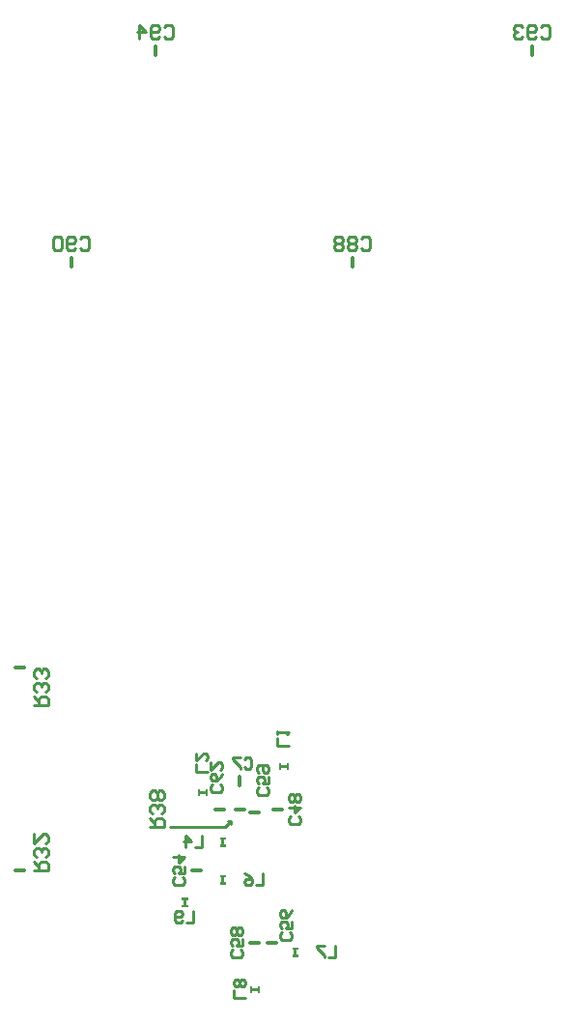
<source format=gbo>
%FSTAX44Y44*%
%MOMM*%
G71*
G01*
G75*
G04 Layer_Color=65535*
G04:AMPARAMS|DCode=10|XSize=0.8mm|YSize=1mm|CornerRadius=0.2mm|HoleSize=0mm|Usage=FLASHONLY|Rotation=270.000|XOffset=0mm|YOffset=0mm|HoleType=Round|Shape=RoundedRectangle|*
%AMROUNDEDRECTD10*
21,1,0.8000,0.6000,0,0,270.0*
21,1,0.4000,1.0000,0,0,270.0*
1,1,0.4000,-0.3000,-0.2000*
1,1,0.4000,-0.3000,0.2000*
1,1,0.4000,0.3000,0.2000*
1,1,0.4000,0.3000,-0.2000*
%
%ADD10ROUNDEDRECTD10*%
G04:AMPARAMS|DCode=11|XSize=0.8mm|YSize=1mm|CornerRadius=0.2mm|HoleSize=0mm|Usage=FLASHONLY|Rotation=0.000|XOffset=0mm|YOffset=0mm|HoleType=Round|Shape=RoundedRectangle|*
%AMROUNDEDRECTD11*
21,1,0.8000,0.6000,0,0,0.0*
21,1,0.4000,1.0000,0,0,0.0*
1,1,0.4000,0.2000,-0.3000*
1,1,0.4000,-0.2000,-0.3000*
1,1,0.4000,-0.2000,0.3000*
1,1,0.4000,0.2000,0.3000*
%
%ADD11ROUNDEDRECTD11*%
G04:AMPARAMS|DCode=12|XSize=0.9mm|YSize=0.8mm|CornerRadius=0.2mm|HoleSize=0mm|Usage=FLASHONLY|Rotation=90.000|XOffset=0mm|YOffset=0mm|HoleType=Round|Shape=RoundedRectangle|*
%AMROUNDEDRECTD12*
21,1,0.9000,0.4000,0,0,90.0*
21,1,0.5000,0.8000,0,0,90.0*
1,1,0.4000,0.2000,0.2500*
1,1,0.4000,0.2000,-0.2500*
1,1,0.4000,-0.2000,-0.2500*
1,1,0.4000,-0.2000,0.2500*
%
%ADD12ROUNDEDRECTD12*%
G04:AMPARAMS|DCode=13|XSize=0.45mm|YSize=0.8mm|CornerRadius=0.1125mm|HoleSize=0mm|Usage=FLASHONLY|Rotation=180.000|XOffset=0mm|YOffset=0mm|HoleType=Round|Shape=RoundedRectangle|*
%AMROUNDEDRECTD13*
21,1,0.4500,0.5750,0,0,180.0*
21,1,0.2250,0.8000,0,0,180.0*
1,1,0.2250,-0.1125,0.2875*
1,1,0.2250,0.1125,0.2875*
1,1,0.2250,0.1125,-0.2875*
1,1,0.2250,-0.1125,-0.2875*
%
%ADD13ROUNDEDRECTD13*%
G04:AMPARAMS|DCode=14|XSize=1mm|YSize=0.8mm|CornerRadius=0.2mm|HoleSize=0mm|Usage=FLASHONLY|Rotation=180.000|XOffset=0mm|YOffset=0mm|HoleType=Round|Shape=RoundedRectangle|*
%AMROUNDEDRECTD14*
21,1,1.0000,0.4000,0,0,180.0*
21,1,0.6000,0.8000,0,0,180.0*
1,1,0.4000,-0.3000,0.2000*
1,1,0.4000,0.3000,0.2000*
1,1,0.4000,0.3000,-0.2000*
1,1,0.4000,-0.3000,-0.2000*
%
%ADD14ROUNDEDRECTD14*%
G04:AMPARAMS|DCode=15|XSize=1.9mm|YSize=0.4mm|CornerRadius=0.1mm|HoleSize=0mm|Usage=FLASHONLY|Rotation=180.000|XOffset=0mm|YOffset=0mm|HoleType=Round|Shape=RoundedRectangle|*
%AMROUNDEDRECTD15*
21,1,1.9000,0.2000,0,0,180.0*
21,1,1.7000,0.4000,0,0,180.0*
1,1,0.2000,-0.8500,0.1000*
1,1,0.2000,0.8500,0.1000*
1,1,0.2000,0.8500,-0.1000*
1,1,0.2000,-0.8500,-0.1000*
%
%ADD15ROUNDEDRECTD15*%
G04:AMPARAMS|DCode=16|XSize=0.8mm|YSize=0.85mm|CornerRadius=0.2mm|HoleSize=0mm|Usage=FLASHONLY|Rotation=90.000|XOffset=0mm|YOffset=0mm|HoleType=Round|Shape=RoundedRectangle|*
%AMROUNDEDRECTD16*
21,1,0.8000,0.4500,0,0,90.0*
21,1,0.4000,0.8500,0,0,90.0*
1,1,0.4000,0.2250,0.2000*
1,1,0.4000,0.2250,-0.2000*
1,1,0.4000,-0.2250,-0.2000*
1,1,0.4000,-0.2250,0.2000*
%
%ADD16ROUNDEDRECTD16*%
G04:AMPARAMS|DCode=17|XSize=1.6mm|YSize=1.3mm|CornerRadius=0.325mm|HoleSize=0mm|Usage=FLASHONLY|Rotation=0.000|XOffset=0mm|YOffset=0mm|HoleType=Round|Shape=RoundedRectangle|*
%AMROUNDEDRECTD17*
21,1,1.6000,0.6500,0,0,0.0*
21,1,0.9500,1.3000,0,0,0.0*
1,1,0.6500,0.4750,-0.3250*
1,1,0.6500,-0.4750,-0.3250*
1,1,0.6500,-0.4750,0.3250*
1,1,0.6500,0.4750,0.3250*
%
%ADD17ROUNDEDRECTD17*%
G04:AMPARAMS|DCode=18|XSize=2mm|YSize=1.6mm|CornerRadius=0.4mm|HoleSize=0mm|Usage=FLASHONLY|Rotation=90.000|XOffset=0mm|YOffset=0mm|HoleType=Round|Shape=RoundedRectangle|*
%AMROUNDEDRECTD18*
21,1,2.0000,0.8000,0,0,90.0*
21,1,1.2000,1.6000,0,0,90.0*
1,1,0.8000,0.4000,0.6000*
1,1,0.8000,0.4000,-0.6000*
1,1,0.8000,-0.4000,-0.6000*
1,1,0.8000,-0.4000,0.6000*
%
%ADD18ROUNDEDRECTD18*%
G04:AMPARAMS|DCode=19|XSize=2mm|YSize=2.6mm|CornerRadius=0.5mm|HoleSize=0mm|Usage=FLASHONLY|Rotation=90.000|XOffset=0mm|YOffset=0mm|HoleType=Round|Shape=RoundedRectangle|*
%AMROUNDEDRECTD19*
21,1,2.0000,1.6000,0,0,90.0*
21,1,1.0000,2.6000,0,0,90.0*
1,1,1.0000,0.8000,0.5000*
1,1,1.0000,0.8000,-0.5000*
1,1,1.0000,-0.8000,-0.5000*
1,1,1.0000,-0.8000,0.5000*
%
%ADD19ROUNDEDRECTD19*%
G04:AMPARAMS|DCode=20|XSize=1.25mm|YSize=1mm|CornerRadius=0.25mm|HoleSize=0mm|Usage=FLASHONLY|Rotation=180.000|XOffset=0mm|YOffset=0mm|HoleType=Round|Shape=RoundedRectangle|*
%AMROUNDEDRECTD20*
21,1,1.2500,0.5000,0,0,180.0*
21,1,0.7500,1.0000,0,0,180.0*
1,1,0.5000,-0.3750,0.2500*
1,1,0.5000,0.3750,0.2500*
1,1,0.5000,0.3750,-0.2500*
1,1,0.5000,-0.3750,-0.2500*
%
%ADD20ROUNDEDRECTD20*%
G04:AMPARAMS|DCode=21|XSize=1.8mm|YSize=2.8mm|CornerRadius=0.18mm|HoleSize=0mm|Usage=FLASHONLY|Rotation=90.000|XOffset=0mm|YOffset=0mm|HoleType=Round|Shape=RoundedRectangle|*
%AMROUNDEDRECTD21*
21,1,1.8000,2.4400,0,0,90.0*
21,1,1.4400,2.8000,0,0,90.0*
1,1,0.3600,1.2200,0.7200*
1,1,0.3600,1.2200,-0.7200*
1,1,0.3600,-1.2200,-0.7200*
1,1,0.3600,-1.2200,0.7200*
%
%ADD21ROUNDEDRECTD21*%
G04:AMPARAMS|DCode=22|XSize=0.7mm|YSize=1mm|CornerRadius=0.175mm|HoleSize=0mm|Usage=FLASHONLY|Rotation=270.000|XOffset=0mm|YOffset=0mm|HoleType=Round|Shape=RoundedRectangle|*
%AMROUNDEDRECTD22*
21,1,0.7000,0.6500,0,0,270.0*
21,1,0.3500,1.0000,0,0,270.0*
1,1,0.3500,-0.3250,-0.1750*
1,1,0.3500,-0.3250,0.1750*
1,1,0.3500,0.3250,0.1750*
1,1,0.3500,0.3250,-0.1750*
%
%ADD22ROUNDEDRECTD22*%
G04:AMPARAMS|DCode=23|XSize=2mm|YSize=1.6mm|CornerRadius=0.4mm|HoleSize=0mm|Usage=FLASHONLY|Rotation=0.000|XOffset=0mm|YOffset=0mm|HoleType=Round|Shape=RoundedRectangle|*
%AMROUNDEDRECTD23*
21,1,2.0000,0.8000,0,0,0.0*
21,1,1.2000,1.6000,0,0,0.0*
1,1,0.8000,0.6000,-0.4000*
1,1,0.8000,-0.6000,-0.4000*
1,1,0.8000,-0.6000,0.4000*
1,1,0.8000,0.6000,0.4000*
%
%ADD23ROUNDEDRECTD23*%
G04:AMPARAMS|DCode=24|XSize=2mm|YSize=2.6mm|CornerRadius=0.5mm|HoleSize=0mm|Usage=FLASHONLY|Rotation=0.000|XOffset=0mm|YOffset=0mm|HoleType=Round|Shape=RoundedRectangle|*
%AMROUNDEDRECTD24*
21,1,2.0000,1.6000,0,0,0.0*
21,1,1.0000,2.6000,0,0,0.0*
1,1,1.0000,0.5000,-0.8000*
1,1,1.0000,-0.5000,-0.8000*
1,1,1.0000,-0.5000,0.8000*
1,1,1.0000,0.5000,0.8000*
%
%ADD24ROUNDEDRECTD24*%
G04:AMPARAMS|DCode=25|XSize=2.4mm|YSize=3mm|CornerRadius=0.24mm|HoleSize=0mm|Usage=FLASHONLY|Rotation=270.000|XOffset=0mm|YOffset=0mm|HoleType=Round|Shape=RoundedRectangle|*
%AMROUNDEDRECTD25*
21,1,2.4000,2.5200,0,0,270.0*
21,1,1.9200,3.0000,0,0,270.0*
1,1,0.4800,-1.2600,-0.9600*
1,1,0.4800,-1.2600,0.9600*
1,1,0.4800,1.2600,0.9600*
1,1,0.4800,1.2600,-0.9600*
%
%ADD25ROUNDEDRECTD25*%
G04:AMPARAMS|DCode=26|XSize=2.65mm|YSize=1.75mm|CornerRadius=0.4375mm|HoleSize=0mm|Usage=FLASHONLY|Rotation=180.000|XOffset=0mm|YOffset=0mm|HoleType=Round|Shape=RoundedRectangle|*
%AMROUNDEDRECTD26*
21,1,2.6500,0.8750,0,0,180.0*
21,1,1.7750,1.7500,0,0,180.0*
1,1,0.8750,-0.8875,0.4375*
1,1,0.8750,0.8875,0.4375*
1,1,0.8750,0.8875,-0.4375*
1,1,0.8750,-0.8875,-0.4375*
%
%ADD26ROUNDEDRECTD26*%
G04:AMPARAMS|DCode=27|XSize=1.8mm|YSize=2.8mm|CornerRadius=0.18mm|HoleSize=0mm|Usage=FLASHONLY|Rotation=180.000|XOffset=0mm|YOffset=0mm|HoleType=Round|Shape=RoundedRectangle|*
%AMROUNDEDRECTD27*
21,1,1.8000,2.4400,0,0,180.0*
21,1,1.4400,2.8000,0,0,180.0*
1,1,0.3600,-0.7200,1.2200*
1,1,0.3600,0.7200,1.2200*
1,1,0.3600,0.7200,-1.2200*
1,1,0.3600,-0.7200,-1.2200*
%
%ADD27ROUNDEDRECTD27*%
G04:AMPARAMS|DCode=28|XSize=1.25mm|YSize=1mm|CornerRadius=0.25mm|HoleSize=0mm|Usage=FLASHONLY|Rotation=90.000|XOffset=0mm|YOffset=0mm|HoleType=Round|Shape=RoundedRectangle|*
%AMROUNDEDRECTD28*
21,1,1.2500,0.5000,0,0,90.0*
21,1,0.7500,1.0000,0,0,90.0*
1,1,0.5000,0.2500,0.3750*
1,1,0.5000,0.2500,-0.3750*
1,1,0.5000,-0.2500,-0.3750*
1,1,0.5000,-0.2500,0.3750*
%
%ADD28ROUNDEDRECTD28*%
%ADD29O,0.4000X1.9000*%
G04:AMPARAMS|DCode=30|XSize=0.9mm|YSize=0.8mm|CornerRadius=0.2mm|HoleSize=0mm|Usage=FLASHONLY|Rotation=180.000|XOffset=0mm|YOffset=0mm|HoleType=Round|Shape=RoundedRectangle|*
%AMROUNDEDRECTD30*
21,1,0.9000,0.4000,0,0,180.0*
21,1,0.5000,0.8000,0,0,180.0*
1,1,0.4000,-0.2500,0.2000*
1,1,0.4000,0.2500,0.2000*
1,1,0.4000,0.2500,-0.2000*
1,1,0.4000,-0.2500,-0.2000*
%
%ADD30ROUNDEDRECTD30*%
G04:AMPARAMS|DCode=31|XSize=0.7mm|YSize=1mm|CornerRadius=0.175mm|HoleSize=0mm|Usage=FLASHONLY|Rotation=0.000|XOffset=0mm|YOffset=0mm|HoleType=Round|Shape=RoundedRectangle|*
%AMROUNDEDRECTD31*
21,1,0.7000,0.6500,0,0,0.0*
21,1,0.3500,1.0000,0,0,0.0*
1,1,0.3500,0.1750,-0.3250*
1,1,0.3500,-0.1750,-0.3250*
1,1,0.3500,-0.1750,0.3250*
1,1,0.3500,0.1750,0.3250*
%
%ADD31ROUNDEDRECTD31*%
G04:AMPARAMS|DCode=32|XSize=0.8mm|YSize=0.85mm|CornerRadius=0.2mm|HoleSize=0mm|Usage=FLASHONLY|Rotation=180.000|XOffset=0mm|YOffset=0mm|HoleType=Round|Shape=RoundedRectangle|*
%AMROUNDEDRECTD32*
21,1,0.8000,0.4500,0,0,180.0*
21,1,0.4000,0.8500,0,0,180.0*
1,1,0.4000,-0.2000,0.2250*
1,1,0.4000,0.2000,0.2250*
1,1,0.4000,0.2000,-0.2250*
1,1,0.4000,-0.2000,-0.2250*
%
%ADD32ROUNDEDRECTD32*%
G04:AMPARAMS|DCode=33|XSize=0.6mm|YSize=2.2mm|CornerRadius=0.15mm|HoleSize=0mm|Usage=FLASHONLY|Rotation=0.000|XOffset=0mm|YOffset=0mm|HoleType=Round|Shape=RoundedRectangle|*
%AMROUNDEDRECTD33*
21,1,0.6000,1.9000,0,0,0.0*
21,1,0.3000,2.2000,0,0,0.0*
1,1,0.3000,0.1500,-0.9500*
1,1,0.3000,-0.1500,-0.9500*
1,1,0.3000,-0.1500,0.9500*
1,1,0.3000,0.1500,0.9500*
%
%ADD33ROUNDEDRECTD33*%
G04:AMPARAMS|DCode=34|XSize=2.2mm|YSize=2.8mm|CornerRadius=0.33mm|HoleSize=0mm|Usage=FLASHONLY|Rotation=90.000|XOffset=0mm|YOffset=0mm|HoleType=Round|Shape=RoundedRectangle|*
%AMROUNDEDRECTD34*
21,1,2.2000,2.1400,0,0,90.0*
21,1,1.5400,2.8000,0,0,90.0*
1,1,0.6600,1.0700,0.7700*
1,1,0.6600,1.0700,-0.7700*
1,1,0.6600,-1.0700,-0.7700*
1,1,0.6600,-1.0700,0.7700*
%
%ADD34ROUNDEDRECTD34*%
G04:AMPARAMS|DCode=35|XSize=1mm|YSize=0.8mm|CornerRadius=0.2mm|HoleSize=0mm|Usage=FLASHONLY|Rotation=90.000|XOffset=0mm|YOffset=0mm|HoleType=Round|Shape=RoundedRectangle|*
%AMROUNDEDRECTD35*
21,1,1.0000,0.4000,0,0,90.0*
21,1,0.6000,0.8000,0,0,90.0*
1,1,0.4000,0.2000,0.3000*
1,1,0.4000,0.2000,-0.3000*
1,1,0.4000,-0.2000,-0.3000*
1,1,0.4000,-0.2000,0.3000*
%
%ADD35ROUNDEDRECTD35*%
G04:AMPARAMS|DCode=36|XSize=0.5mm|YSize=0.65mm|CornerRadius=0.125mm|HoleSize=0mm|Usage=FLASHONLY|Rotation=180.000|XOffset=0mm|YOffset=0mm|HoleType=Round|Shape=RoundedRectangle|*
%AMROUNDEDRECTD36*
21,1,0.5000,0.4000,0,0,180.0*
21,1,0.2500,0.6500,0,0,180.0*
1,1,0.2500,-0.1250,0.2000*
1,1,0.2500,0.1250,0.2000*
1,1,0.2500,0.1250,-0.2000*
1,1,0.2500,-0.1250,-0.2000*
%
%ADD36ROUNDEDRECTD36*%
G04:AMPARAMS|DCode=37|XSize=0.3mm|YSize=1.9mm|CornerRadius=0.075mm|HoleSize=0mm|Usage=FLASHONLY|Rotation=270.000|XOffset=0mm|YOffset=0mm|HoleType=Round|Shape=RoundedRectangle|*
%AMROUNDEDRECTD37*
21,1,0.3000,1.7500,0,0,270.0*
21,1,0.1500,1.9000,0,0,270.0*
1,1,0.1500,-0.8750,-0.0750*
1,1,0.1500,-0.8750,0.0750*
1,1,0.1500,0.8750,0.0750*
1,1,0.1500,0.8750,-0.0750*
%
%ADD37ROUNDEDRECTD37*%
G04:AMPARAMS|DCode=38|XSize=0.3mm|YSize=1.9mm|CornerRadius=0.075mm|HoleSize=0mm|Usage=FLASHONLY|Rotation=180.000|XOffset=0mm|YOffset=0mm|HoleType=Round|Shape=RoundedRectangle|*
%AMROUNDEDRECTD38*
21,1,0.3000,1.7500,0,0,180.0*
21,1,0.1500,1.9000,0,0,180.0*
1,1,0.1500,-0.0750,0.8750*
1,1,0.1500,0.0750,0.8750*
1,1,0.1500,0.0750,-0.8750*
1,1,0.1500,-0.0750,-0.8750*
%
%ADD38ROUNDEDRECTD38*%
G04:AMPARAMS|DCode=39|XSize=6mm|YSize=6mm|CornerRadius=0.3mm|HoleSize=0mm|Usage=FLASHONLY|Rotation=270.000|XOffset=0mm|YOffset=0mm|HoleType=Round|Shape=RoundedRectangle|*
%AMROUNDEDRECTD39*
21,1,6.0000,5.4000,0,0,270.0*
21,1,5.4000,6.0000,0,0,270.0*
1,1,0.6000,-2.7000,-2.7000*
1,1,0.6000,-2.7000,2.7000*
1,1,0.6000,2.7000,2.7000*
1,1,0.6000,2.7000,-2.7000*
%
%ADD39ROUNDEDRECTD39*%
%ADD40C,0.3000*%
%ADD41C,0.2540*%
%ADD42C,1.0000*%
%ADD43C,0.4000*%
%ADD44C,0.7000*%
%ADD45C,0.5000*%
%ADD46C,0.2500*%
%ADD47C,0.2000*%
%ADD48C,2.0000*%
%ADD49C,1.6000*%
%ADD50C,2.5000*%
%ADD51C,2.0000*%
%ADD52C,1.3000*%
%ADD53C,2.2000*%
%ADD54C,0.6000*%
%ADD55C,1.0000*%
%ADD56C,0.7000*%
%ADD57C,1.0160*%
%ADD58C,2.0160*%
G04:AMPARAMS|DCode=59|XSize=2.524mm|YSize=2.524mm|CornerRadius=0mm|HoleSize=0mm|Usage=FLASHONLY|Rotation=0.000|XOffset=0mm|YOffset=0mm|HoleType=Round|Shape=Relief|Width=0.254mm|Gap=0.254mm|Entries=4|*
%AMTHD59*
7,0,0,2.5240,2.0160,0.2540,45*
%
%ADD59THD59*%
%ADD60C,2.6160*%
%ADD61C,2.2160*%
%ADD62C,2.6160*%
G04:AMPARAMS|DCode=63|XSize=3.124mm|YSize=3.124mm|CornerRadius=0mm|HoleSize=0mm|Usage=FLASHONLY|Rotation=0.000|XOffset=0mm|YOffset=0mm|HoleType=Round|Shape=Relief|Width=0.254mm|Gap=0.254mm|Entries=4|*
%AMTHD63*
7,0,0,3.1240,2.6160,0.2540,45*
%
%ADD63THD63*%
%ADD64C,2.3160*%
G04:AMPARAMS|DCode=65|XSize=2.824mm|YSize=2.824mm|CornerRadius=0mm|HoleSize=0mm|Usage=FLASHONLY|Rotation=0.000|XOffset=0mm|YOffset=0mm|HoleType=Round|Shape=Relief|Width=0.254mm|Gap=0.254mm|Entries=4|*
%AMTHD65*
7,0,0,2.8240,2.3160,0.2540,45*
%
%ADD65THD65*%
%ADD66C,1.8160*%
G04:AMPARAMS|DCode=67|XSize=2.324mm|YSize=2.324mm|CornerRadius=0mm|HoleSize=0mm|Usage=FLASHONLY|Rotation=0.000|XOffset=0mm|YOffset=0mm|HoleType=Round|Shape=Relief|Width=0.254mm|Gap=0.254mm|Entries=4|*
%AMTHD67*
7,0,0,2.3240,1.8160,0.2540,45*
%
%ADD67THD67*%
%ADD68C,6.0960*%
G04:AMPARAMS|DCode=69|XSize=1.824mm|YSize=1.824mm|CornerRadius=0mm|HoleSize=0mm|Usage=FLASHONLY|Rotation=0.000|XOffset=0mm|YOffset=0mm|HoleType=Round|Shape=Relief|Width=0.254mm|Gap=0.254mm|Entries=4|*
%AMTHD69*
7,0,0,1.8240,1.3160,0.2540,45*
%
%ADD69THD69*%
%ADD70C,1.3160*%
G04:AMPARAMS|DCode=71|XSize=2.124mm|YSize=2.124mm|CornerRadius=0mm|HoleSize=0mm|Usage=FLASHONLY|Rotation=0.000|XOffset=0mm|YOffset=0mm|HoleType=Round|Shape=Relief|Width=0.254mm|Gap=0.254mm|Entries=4|*
%AMTHD71*
7,0,0,2.1240,1.6160,0.2540,45*
%
%ADD71THD71*%
%ADD72C,1.6160*%
%ADD73C,0.0254*%
%ADD74C,0.3500*%
G04:AMPARAMS|DCode=75|XSize=1mm|YSize=1.2mm|CornerRadius=0.3mm|HoleSize=0mm|Usage=FLASHONLY|Rotation=270.000|XOffset=0mm|YOffset=0mm|HoleType=Round|Shape=RoundedRectangle|*
%AMROUNDEDRECTD75*
21,1,1.0000,0.6000,0,0,270.0*
21,1,0.4000,1.2000,0,0,270.0*
1,1,0.6000,-0.3000,-0.2000*
1,1,0.6000,-0.3000,0.2000*
1,1,0.6000,0.3000,0.2000*
1,1,0.6000,0.3000,-0.2000*
%
%ADD75ROUNDEDRECTD75*%
G04:AMPARAMS|DCode=76|XSize=1mm|YSize=1.2mm|CornerRadius=0.3mm|HoleSize=0mm|Usage=FLASHONLY|Rotation=0.000|XOffset=0mm|YOffset=0mm|HoleType=Round|Shape=RoundedRectangle|*
%AMROUNDEDRECTD76*
21,1,1.0000,0.6000,0,0,0.0*
21,1,0.4000,1.2000,0,0,0.0*
1,1,0.6000,0.2000,-0.3000*
1,1,0.6000,-0.2000,-0.3000*
1,1,0.6000,-0.2000,0.3000*
1,1,0.6000,0.2000,0.3000*
%
%ADD76ROUNDEDRECTD76*%
G04:AMPARAMS|DCode=77|XSize=1.1032mm|YSize=1.0032mm|CornerRadius=0.3016mm|HoleSize=0mm|Usage=FLASHONLY|Rotation=90.000|XOffset=0mm|YOffset=0mm|HoleType=Round|Shape=RoundedRectangle|*
%AMROUNDEDRECTD77*
21,1,1.1032,0.4000,0,0,90.0*
21,1,0.5000,1.0032,0,0,90.0*
1,1,0.6032,0.2000,0.2500*
1,1,0.6032,0.2000,-0.2500*
1,1,0.6032,-0.2000,-0.2500*
1,1,0.6032,-0.2000,0.2500*
%
%ADD77ROUNDEDRECTD77*%
G04:AMPARAMS|DCode=78|XSize=0.6532mm|YSize=1.0032mm|CornerRadius=0.2141mm|HoleSize=0mm|Usage=FLASHONLY|Rotation=180.000|XOffset=0mm|YOffset=0mm|HoleType=Round|Shape=RoundedRectangle|*
%AMROUNDEDRECTD78*
21,1,0.6532,0.5750,0,0,180.0*
21,1,0.2250,1.0032,0,0,180.0*
1,1,0.4282,-0.1125,0.2875*
1,1,0.4282,0.1125,0.2875*
1,1,0.4282,0.1125,-0.2875*
1,1,0.4282,-0.1125,-0.2875*
%
%ADD78ROUNDEDRECTD78*%
G04:AMPARAMS|DCode=79|XSize=1.2032mm|YSize=1.0032mm|CornerRadius=0.3016mm|HoleSize=0mm|Usage=FLASHONLY|Rotation=180.000|XOffset=0mm|YOffset=0mm|HoleType=Round|Shape=RoundedRectangle|*
%AMROUNDEDRECTD79*
21,1,1.2032,0.4000,0,0,180.0*
21,1,0.6000,1.0032,0,0,180.0*
1,1,0.6032,-0.3000,0.2000*
1,1,0.6032,0.3000,0.2000*
1,1,0.6032,0.3000,-0.2000*
1,1,0.6032,-0.3000,-0.2000*
%
%ADD79ROUNDEDRECTD79*%
G04:AMPARAMS|DCode=80|XSize=2mm|YSize=0.5mm|CornerRadius=0.15mm|HoleSize=0mm|Usage=FLASHONLY|Rotation=180.000|XOffset=0mm|YOffset=0mm|HoleType=Round|Shape=RoundedRectangle|*
%AMROUNDEDRECTD80*
21,1,2.0000,0.2000,0,0,180.0*
21,1,1.7000,0.5000,0,0,180.0*
1,1,0.3000,-0.8500,0.1000*
1,1,0.3000,0.8500,0.1000*
1,1,0.3000,0.8500,-0.1000*
1,1,0.3000,-0.8500,-0.1000*
%
%ADD80ROUNDEDRECTD80*%
G04:AMPARAMS|DCode=81|XSize=1.0032mm|YSize=1.0532mm|CornerRadius=0.3016mm|HoleSize=0mm|Usage=FLASHONLY|Rotation=90.000|XOffset=0mm|YOffset=0mm|HoleType=Round|Shape=RoundedRectangle|*
%AMROUNDEDRECTD81*
21,1,1.0032,0.4500,0,0,90.0*
21,1,0.4000,1.0532,0,0,90.0*
1,1,0.6032,0.2250,0.2000*
1,1,0.6032,0.2250,-0.2000*
1,1,0.6032,-0.2250,-0.2000*
1,1,0.6032,-0.2250,0.2000*
%
%ADD81ROUNDEDRECTD81*%
G04:AMPARAMS|DCode=82|XSize=1.8032mm|YSize=1.5032mm|CornerRadius=0.4266mm|HoleSize=0mm|Usage=FLASHONLY|Rotation=0.000|XOffset=0mm|YOffset=0mm|HoleType=Round|Shape=RoundedRectangle|*
%AMROUNDEDRECTD82*
21,1,1.8032,0.6500,0,0,0.0*
21,1,0.9500,1.5032,0,0,0.0*
1,1,0.8532,0.4750,-0.3250*
1,1,0.8532,-0.4750,-0.3250*
1,1,0.8532,-0.4750,0.3250*
1,1,0.8532,0.4750,0.3250*
%
%ADD82ROUNDEDRECTD82*%
G04:AMPARAMS|DCode=83|XSize=2.2mm|YSize=1.8mm|CornerRadius=0.5mm|HoleSize=0mm|Usage=FLASHONLY|Rotation=90.000|XOffset=0mm|YOffset=0mm|HoleType=Round|Shape=RoundedRectangle|*
%AMROUNDEDRECTD83*
21,1,2.2000,0.8000,0,0,90.0*
21,1,1.2000,1.8000,0,0,90.0*
1,1,1.0000,0.4000,0.6000*
1,1,1.0000,0.4000,-0.6000*
1,1,1.0000,-0.4000,-0.6000*
1,1,1.0000,-0.4000,0.6000*
%
%ADD83ROUNDEDRECTD83*%
G04:AMPARAMS|DCode=84|XSize=2.2mm|YSize=2.8mm|CornerRadius=0.6mm|HoleSize=0mm|Usage=FLASHONLY|Rotation=90.000|XOffset=0mm|YOffset=0mm|HoleType=Round|Shape=RoundedRectangle|*
%AMROUNDEDRECTD84*
21,1,2.2000,1.6000,0,0,90.0*
21,1,1.0000,2.8000,0,0,90.0*
1,1,1.2000,0.8000,0.5000*
1,1,1.2000,0.8000,-0.5000*
1,1,1.2000,-0.8000,-0.5000*
1,1,1.2000,-0.8000,0.5000*
%
%ADD84ROUNDEDRECTD84*%
G04:AMPARAMS|DCode=85|XSize=1.4532mm|YSize=1.2032mm|CornerRadius=0.3516mm|HoleSize=0mm|Usage=FLASHONLY|Rotation=180.000|XOffset=0mm|YOffset=0mm|HoleType=Round|Shape=RoundedRectangle|*
%AMROUNDEDRECTD85*
21,1,1.4532,0.5000,0,0,180.0*
21,1,0.7500,1.2032,0,0,180.0*
1,1,0.7032,-0.3750,0.2500*
1,1,0.7032,0.3750,0.2500*
1,1,0.7032,0.3750,-0.2500*
1,1,0.7032,-0.3750,-0.2500*
%
%ADD85ROUNDEDRECTD85*%
G04:AMPARAMS|DCode=86|XSize=2.0032mm|YSize=3.0032mm|CornerRadius=0.2816mm|HoleSize=0mm|Usage=FLASHONLY|Rotation=90.000|XOffset=0mm|YOffset=0mm|HoleType=Round|Shape=RoundedRectangle|*
%AMROUNDEDRECTD86*
21,1,2.0032,2.4400,0,0,90.0*
21,1,1.4400,3.0032,0,0,90.0*
1,1,0.5632,1.2200,0.7200*
1,1,0.5632,1.2200,-0.7200*
1,1,0.5632,-1.2200,-0.7200*
1,1,0.5632,-1.2200,0.7200*
%
%ADD86ROUNDEDRECTD86*%
G04:AMPARAMS|DCode=87|XSize=0.9032mm|YSize=1.2032mm|CornerRadius=0.2766mm|HoleSize=0mm|Usage=FLASHONLY|Rotation=270.000|XOffset=0mm|YOffset=0mm|HoleType=Round|Shape=RoundedRectangle|*
%AMROUNDEDRECTD87*
21,1,0.9032,0.6500,0,0,270.0*
21,1,0.3500,1.2032,0,0,270.0*
1,1,0.5532,-0.3250,-0.1750*
1,1,0.5532,-0.3250,0.1750*
1,1,0.5532,0.3250,0.1750*
1,1,0.5532,0.3250,-0.1750*
%
%ADD87ROUNDEDRECTD87*%
G04:AMPARAMS|DCode=88|XSize=2.2mm|YSize=1.8mm|CornerRadius=0.5mm|HoleSize=0mm|Usage=FLASHONLY|Rotation=0.000|XOffset=0mm|YOffset=0mm|HoleType=Round|Shape=RoundedRectangle|*
%AMROUNDEDRECTD88*
21,1,2.2000,0.8000,0,0,0.0*
21,1,1.2000,1.8000,0,0,0.0*
1,1,1.0000,0.6000,-0.4000*
1,1,1.0000,-0.6000,-0.4000*
1,1,1.0000,-0.6000,0.4000*
1,1,1.0000,0.6000,0.4000*
%
%ADD88ROUNDEDRECTD88*%
G04:AMPARAMS|DCode=89|XSize=2.2mm|YSize=2.8mm|CornerRadius=0.6mm|HoleSize=0mm|Usage=FLASHONLY|Rotation=0.000|XOffset=0mm|YOffset=0mm|HoleType=Round|Shape=RoundedRectangle|*
%AMROUNDEDRECTD89*
21,1,2.2000,1.6000,0,0,0.0*
21,1,1.0000,2.8000,0,0,0.0*
1,1,1.2000,0.5000,-0.8000*
1,1,1.2000,-0.5000,-0.8000*
1,1,1.2000,-0.5000,0.8000*
1,1,1.2000,0.5000,0.8000*
%
%ADD89ROUNDEDRECTD89*%
G04:AMPARAMS|DCode=90|XSize=2.6032mm|YSize=3.2032mm|CornerRadius=0.3416mm|HoleSize=0mm|Usage=FLASHONLY|Rotation=270.000|XOffset=0mm|YOffset=0mm|HoleType=Round|Shape=RoundedRectangle|*
%AMROUNDEDRECTD90*
21,1,2.6032,2.5200,0,0,270.0*
21,1,1.9200,3.2032,0,0,270.0*
1,1,0.6832,-1.2600,-0.9600*
1,1,0.6832,-1.2600,0.9600*
1,1,0.6832,1.2600,0.9600*
1,1,0.6832,1.2600,-0.9600*
%
%ADD90ROUNDEDRECTD90*%
G04:AMPARAMS|DCode=91|XSize=2.8532mm|YSize=1.9532mm|CornerRadius=0.5391mm|HoleSize=0mm|Usage=FLASHONLY|Rotation=180.000|XOffset=0mm|YOffset=0mm|HoleType=Round|Shape=RoundedRectangle|*
%AMROUNDEDRECTD91*
21,1,2.8532,0.8750,0,0,180.0*
21,1,1.7750,1.9532,0,0,180.0*
1,1,1.0782,-0.8875,0.4375*
1,1,1.0782,0.8875,0.4375*
1,1,1.0782,0.8875,-0.4375*
1,1,1.0782,-0.8875,-0.4375*
%
%ADD91ROUNDEDRECTD91*%
G04:AMPARAMS|DCode=92|XSize=2.0032mm|YSize=3.0032mm|CornerRadius=0.2816mm|HoleSize=0mm|Usage=FLASHONLY|Rotation=180.000|XOffset=0mm|YOffset=0mm|HoleType=Round|Shape=RoundedRectangle|*
%AMROUNDEDRECTD92*
21,1,2.0032,2.4400,0,0,180.0*
21,1,1.4400,3.0032,0,0,180.0*
1,1,0.5632,-0.7200,1.2200*
1,1,0.5632,0.7200,1.2200*
1,1,0.5632,0.7200,-1.2200*
1,1,0.5632,-0.7200,-1.2200*
%
%ADD92ROUNDEDRECTD92*%
G04:AMPARAMS|DCode=93|XSize=1.4532mm|YSize=1.2032mm|CornerRadius=0.3516mm|HoleSize=0mm|Usage=FLASHONLY|Rotation=90.000|XOffset=0mm|YOffset=0mm|HoleType=Round|Shape=RoundedRectangle|*
%AMROUNDEDRECTD93*
21,1,1.4532,0.5000,0,0,90.0*
21,1,0.7500,1.2032,0,0,90.0*
1,1,0.7032,0.2500,0.3750*
1,1,0.7032,0.2500,-0.3750*
1,1,0.7032,-0.2500,-0.3750*
1,1,0.7032,-0.2500,0.3750*
%
%ADD93ROUNDEDRECTD93*%
%ADD94O,0.5000X2.0000*%
G04:AMPARAMS|DCode=95|XSize=1.1032mm|YSize=1.0032mm|CornerRadius=0.3016mm|HoleSize=0mm|Usage=FLASHONLY|Rotation=180.000|XOffset=0mm|YOffset=0mm|HoleType=Round|Shape=RoundedRectangle|*
%AMROUNDEDRECTD95*
21,1,1.1032,0.4000,0,0,180.0*
21,1,0.5000,1.0032,0,0,180.0*
1,1,0.6032,-0.2500,0.2000*
1,1,0.6032,0.2500,0.2000*
1,1,0.6032,0.2500,-0.2000*
1,1,0.6032,-0.2500,-0.2000*
%
%ADD95ROUNDEDRECTD95*%
G04:AMPARAMS|DCode=96|XSize=0.9032mm|YSize=1.2032mm|CornerRadius=0.2766mm|HoleSize=0mm|Usage=FLASHONLY|Rotation=0.000|XOffset=0mm|YOffset=0mm|HoleType=Round|Shape=RoundedRectangle|*
%AMROUNDEDRECTD96*
21,1,0.9032,0.6500,0,0,0.0*
21,1,0.3500,1.2032,0,0,0.0*
1,1,0.5532,0.1750,-0.3250*
1,1,0.5532,-0.1750,-0.3250*
1,1,0.5532,-0.1750,0.3250*
1,1,0.5532,0.1750,0.3250*
%
%ADD96ROUNDEDRECTD96*%
G04:AMPARAMS|DCode=97|XSize=1.0032mm|YSize=1.0532mm|CornerRadius=0.3016mm|HoleSize=0mm|Usage=FLASHONLY|Rotation=180.000|XOffset=0mm|YOffset=0mm|HoleType=Round|Shape=RoundedRectangle|*
%AMROUNDEDRECTD97*
21,1,1.0032,0.4500,0,0,180.0*
21,1,0.4000,1.0532,0,0,180.0*
1,1,0.6032,-0.2000,0.2250*
1,1,0.6032,0.2000,0.2250*
1,1,0.6032,0.2000,-0.2250*
1,1,0.6032,-0.2000,-0.2250*
%
%ADD97ROUNDEDRECTD97*%
G04:AMPARAMS|DCode=98|XSize=0.8032mm|YSize=2.4032mm|CornerRadius=0.2516mm|HoleSize=0mm|Usage=FLASHONLY|Rotation=0.000|XOffset=0mm|YOffset=0mm|HoleType=Round|Shape=RoundedRectangle|*
%AMROUNDEDRECTD98*
21,1,0.8032,1.9000,0,0,0.0*
21,1,0.3000,2.4032,0,0,0.0*
1,1,0.5032,0.1500,-0.9500*
1,1,0.5032,-0.1500,-0.9500*
1,1,0.5032,-0.1500,0.9500*
1,1,0.5032,0.1500,0.9500*
%
%ADD98ROUNDEDRECTD98*%
G04:AMPARAMS|DCode=99|XSize=2.4032mm|YSize=3.0032mm|CornerRadius=0.4316mm|HoleSize=0mm|Usage=FLASHONLY|Rotation=90.000|XOffset=0mm|YOffset=0mm|HoleType=Round|Shape=RoundedRectangle|*
%AMROUNDEDRECTD99*
21,1,2.4032,2.1400,0,0,90.0*
21,1,1.5400,3.0032,0,0,90.0*
1,1,0.8632,1.0700,0.7700*
1,1,0.8632,1.0700,-0.7700*
1,1,0.8632,-1.0700,-0.7700*
1,1,0.8632,-1.0700,0.7700*
%
%ADD99ROUNDEDRECTD99*%
G04:AMPARAMS|DCode=100|XSize=1.2032mm|YSize=1.0032mm|CornerRadius=0.3016mm|HoleSize=0mm|Usage=FLASHONLY|Rotation=90.000|XOffset=0mm|YOffset=0mm|HoleType=Round|Shape=RoundedRectangle|*
%AMROUNDEDRECTD100*
21,1,1.2032,0.4000,0,0,90.0*
21,1,0.6000,1.0032,0,0,90.0*
1,1,0.6032,0.2000,0.3000*
1,1,0.6032,0.2000,-0.3000*
1,1,0.6032,-0.2000,-0.3000*
1,1,0.6032,-0.2000,0.3000*
%
%ADD100ROUNDEDRECTD100*%
G04:AMPARAMS|DCode=101|XSize=0.7032mm|YSize=0.8532mm|CornerRadius=0.2266mm|HoleSize=0mm|Usage=FLASHONLY|Rotation=180.000|XOffset=0mm|YOffset=0mm|HoleType=Round|Shape=RoundedRectangle|*
%AMROUNDEDRECTD101*
21,1,0.7032,0.4000,0,0,180.0*
21,1,0.2500,0.8532,0,0,180.0*
1,1,0.4532,-0.1250,0.2000*
1,1,0.4532,0.1250,0.2000*
1,1,0.4532,0.1250,-0.2000*
1,1,0.4532,-0.1250,-0.2000*
%
%ADD101ROUNDEDRECTD101*%
G04:AMPARAMS|DCode=102|XSize=0.4mm|YSize=2mm|CornerRadius=0.125mm|HoleSize=0mm|Usage=FLASHONLY|Rotation=270.000|XOffset=0mm|YOffset=0mm|HoleType=Round|Shape=RoundedRectangle|*
%AMROUNDEDRECTD102*
21,1,0.4000,1.7500,0,0,270.0*
21,1,0.1500,2.0000,0,0,270.0*
1,1,0.2500,-0.8750,-0.0750*
1,1,0.2500,-0.8750,0.0750*
1,1,0.2500,0.8750,0.0750*
1,1,0.2500,0.8750,-0.0750*
%
%ADD102ROUNDEDRECTD102*%
G04:AMPARAMS|DCode=103|XSize=0.4mm|YSize=2mm|CornerRadius=0.125mm|HoleSize=0mm|Usage=FLASHONLY|Rotation=180.000|XOffset=0mm|YOffset=0mm|HoleType=Round|Shape=RoundedRectangle|*
%AMROUNDEDRECTD103*
21,1,0.4000,1.7500,0,0,180.0*
21,1,0.1500,2.0000,0,0,180.0*
1,1,0.2500,-0.0750,0.8750*
1,1,0.2500,0.0750,0.8750*
1,1,0.2500,0.0750,-0.8750*
1,1,0.2500,-0.0750,-0.8750*
%
%ADD103ROUNDEDRECTD103*%
G04:AMPARAMS|DCode=104|XSize=6.2mm|YSize=6.2mm|CornerRadius=0.4mm|HoleSize=0mm|Usage=FLASHONLY|Rotation=270.000|XOffset=0mm|YOffset=0mm|HoleType=Round|Shape=RoundedRectangle|*
%AMROUNDEDRECTD104*
21,1,6.2000,5.4000,0,0,270.0*
21,1,5.4000,6.2000,0,0,270.0*
1,1,0.8000,-2.7000,-2.7000*
1,1,0.8000,-2.7000,2.7000*
1,1,0.8000,2.7000,2.7000*
1,1,0.8000,2.7000,-2.7000*
%
%ADD104ROUNDEDRECTD104*%
%ADD105C,1.8000*%
%ADD106C,2.7032*%
%ADD107C,1.8032*%
%ADD108C,2.2032*%
%ADD109C,1.5032*%
%ADD110C,0.2032*%
%ADD111C,2.4032*%
%ADD112C,0.8032*%
%ADD113C,1.2032*%
%ADD114C,0.9032*%
G36*
X00826513Y00603687D02*
X00824989D01*
Y00598353D01*
X00826513D01*
Y00597083D01*
X00821687D01*
Y00598353D01*
X00823211D01*
Y00603687D01*
X00821687D01*
Y00604957D01*
X00826513D01*
Y00603687D01*
D02*
G37*
G36*
X00923113Y00560147D02*
X00921589D01*
Y00554813D01*
X00923113D01*
Y00553543D01*
X00918287D01*
Y00554813D01*
X00919811D01*
Y00560147D01*
X00918287D01*
Y00561417D01*
X00923113D01*
Y00560147D01*
D02*
G37*
G36*
X00889077Y00522047D02*
X00887807D01*
Y00523571D01*
X00882473D01*
Y00522047D01*
X00881203D01*
Y00526873D01*
X00882473D01*
Y00525349D01*
X00887807D01*
Y00526873D01*
X00889077D01*
Y00522047D01*
D02*
G37*
G36*
X00859613Y00623647D02*
X00858089D01*
Y00618313D01*
X00859613D01*
Y00617043D01*
X00854787D01*
Y00618313D01*
X00856311D01*
Y00623647D01*
X00854787D01*
Y00624917D01*
X00859613D01*
Y00623647D01*
D02*
G37*
G36*
X00914477Y00717627D02*
X00913207D01*
Y00719151D01*
X00907873D01*
Y00717627D01*
X00906603D01*
Y00722453D01*
X00907873D01*
Y00720929D01*
X00913207D01*
Y00722453D01*
X00914477D01*
Y00717627D01*
D02*
G37*
G36*
X00843357Y00694767D02*
X00842087D01*
Y00696291D01*
X00836753D01*
Y00694767D01*
X00835483D01*
Y00699593D01*
X00836753D01*
Y00698069D01*
X00842087D01*
Y00699593D01*
X00843357D01*
Y00694767D01*
D02*
G37*
G36*
X00859613Y00656667D02*
X00858089D01*
Y00651333D01*
X00859613D01*
Y00650063D01*
X00854787D01*
Y00651333D01*
X00856311D01*
Y00656667D01*
X00854787D01*
Y00657937D01*
X00859613D01*
Y00656667D01*
D02*
G37*
D40*
X00881141Y00565101D02*
X0088914D01*
X00896381D02*
X0090438D01*
X0086844Y0068194D02*
X0087644D01*
X00830341Y00628601D02*
X00838341D01*
X00850661Y00681941D02*
X00858661D01*
X00881139Y00679399D02*
X00889139D01*
X00872441Y00703339D02*
Y00711339D01*
X00901459Y00681939D02*
X00909459D01*
X006754Y006286D02*
X006834D01*
X006754Y008064D02*
X006834D01*
X00725121Y01157999D02*
Y01165999D01*
X00798779Y01343421D02*
Y0135142D01*
X00971501Y01157999D02*
Y01165999D01*
X01128979Y01343421D02*
Y0135142D01*
D46*
X0086228Y0067178D02*
X0086474D01*
Y0066932D02*
Y0067178D01*
X008597Y0066674D02*
X0086474Y0067178D01*
X00810736Y0066674D02*
X008597D01*
X007937Y006667D02*
X00805696D01*
Y00672698D01*
X00803697Y00674697D01*
X00799698D01*
X00797699Y00672698D01*
Y006667D01*
Y00670699D02*
X007937Y00674697D01*
X00803697Y00678696D02*
X00805696Y00680695D01*
Y00684694D01*
X00803697Y00686693D01*
X00801697D01*
X00799698Y00684694D01*
Y00682695D01*
Y00684694D01*
X00797699Y00686693D01*
X00795699D01*
X007937Y00684694D01*
Y00680695D01*
X00795699Y00678696D01*
X00803697Y00690692D02*
X00805696Y00692692D01*
Y0069669D01*
X00803697Y0069869D01*
X00801697D01*
X00799698Y0069669D01*
X00797699Y0069869D01*
X00795699D01*
X007937Y0069669D01*
Y00692692D01*
X00795699Y00690692D01*
X00797699D01*
X00799698Y00692692D01*
X00801697Y00690692D01*
X00803697D01*
X00799698Y00692692D02*
Y0069669D01*
X006921Y0077338D02*
X00704096D01*
Y00779378D01*
X00702097Y00781377D01*
X00698098D01*
X00696099Y00779378D01*
Y0077338D01*
Y00777379D02*
X006921Y00781377D01*
X00702097Y00785376D02*
X00704096Y00787375D01*
Y00791374D01*
X00702097Y00793373D01*
X00700097D01*
X00698098Y00791374D01*
Y00789375D01*
Y00791374D01*
X00696099Y00793373D01*
X00694099D01*
X006921Y00791374D01*
Y00787375D01*
X00694099Y00785376D01*
X00702097Y00797372D02*
X00704096Y00799372D01*
Y0080337D01*
X00702097Y0080537D01*
X00700097D01*
X00698098Y0080337D01*
Y00801371D01*
Y0080337D01*
X00696099Y0080537D01*
X00694099D01*
X006921Y0080337D01*
Y00799372D01*
X00694099Y00797372D01*
X006921Y006286D02*
X00704096D01*
Y00634598D01*
X00702097Y00636597D01*
X00698098D01*
X00696099Y00634598D01*
Y006286D01*
Y00632599D02*
X006921Y00636597D01*
X00702097Y00640596D02*
X00704096Y00642596D01*
Y00646594D01*
X00702097Y00648594D01*
X00700097D01*
X00698098Y00646594D01*
Y00644595D01*
Y00646594D01*
X00696099Y00648594D01*
X00694099D01*
X006921Y00646594D01*
Y00642596D01*
X00694099Y00640596D01*
X006921Y0066059D02*
Y00652592D01*
X00700097Y0066059D01*
X00702097D01*
X00704096Y0065859D01*
Y00654592D01*
X00702097Y00652592D01*
X008318Y00592877D02*
Y0058288D01*
X00825135D01*
X00821803Y00584546D02*
X00820137Y0058288D01*
X00816805D01*
X00815139Y00584546D01*
Y00591211D01*
X00816805Y00592877D01*
X00820137D01*
X00821803Y00591211D01*
Y00589544D01*
X00820137Y00587878D01*
X00815139D01*
X00877357Y0051684D02*
X0086736D01*
Y00523504D01*
X00875691Y00526837D02*
X00877357Y00528503D01*
Y00531835D01*
X00875691Y00533501D01*
X00874025D01*
X00872358Y00531835D01*
X00870692Y00533501D01*
X00869026D01*
X0086736Y00531835D01*
Y00528503D01*
X00869026Y00526837D01*
X00870692D01*
X00872358Y00528503D01*
X00874025Y00526837D01*
X00875691D01*
X00872358Y00528503D02*
Y00531835D01*
X0095626Y00562397D02*
Y005524D01*
X00949595D01*
X00946263Y00562397D02*
X00939599D01*
Y00560731D01*
X00946263Y00554066D01*
Y005524D01*
X0089276Y00625897D02*
Y006159D01*
X00886096D01*
X00876099Y00625897D02*
X00879431Y00624231D01*
X00882763Y00620898D01*
Y00617566D01*
X00881097Y006159D01*
X00877765D01*
X00876099Y00617566D01*
Y00619232D01*
X00877765Y00620898D01*
X00882763D01*
X0083942Y00658917D02*
Y0064892D01*
X00832756D01*
X00824425D02*
Y00658917D01*
X00829423Y00653918D01*
X00822759D01*
X00844337Y0071496D02*
X0083434D01*
Y00721625D01*
Y00731621D02*
Y00724957D01*
X00841004Y00731621D01*
X00842671D01*
X00844337Y00729955D01*
Y00726623D01*
X00842671Y00724957D01*
X00915457Y0073782D02*
X0090546D01*
Y00744484D01*
Y00747817D02*
Y00751149D01*
Y00749483D01*
X00915457D01*
X00913791Y00747817D01*
X00806023Y01367577D02*
X00808022Y01369576D01*
X00812021D01*
X0081402Y01367577D01*
Y01359579D01*
X00812021Y0135758D01*
X00808022D01*
X00806023Y01359579D01*
X00802024D02*
X00800024Y0135758D01*
X00796026D01*
X00794026Y01359579D01*
Y01367577D01*
X00796026Y01369576D01*
X00800024D01*
X00802024Y01367577D01*
Y01365577D01*
X00800024Y01363578D01*
X00794026D01*
X0078403Y0135758D02*
Y01369576D01*
X00790028Y01363578D01*
X0078203D01*
X01136223Y01367577D02*
X01138222Y01369576D01*
X01142221D01*
X0114422Y01367577D01*
Y01359579D01*
X01142221Y0135758D01*
X01138222D01*
X01136223Y01359579D01*
X01132224D02*
X01130225Y0135758D01*
X01126226D01*
X01124227Y01359579D01*
Y01367577D01*
X01126226Y01369576D01*
X01130225D01*
X01132224Y01367577D01*
Y01365577D01*
X01130225Y01363578D01*
X01124227D01*
X01120228Y01367577D02*
X01118228Y01369576D01*
X0111423D01*
X0111223Y01367577D01*
Y01365577D01*
X0111423Y01363578D01*
X01116229D01*
X0111423D01*
X0111223Y01361579D01*
Y01359579D01*
X0111423Y0135758D01*
X01118228D01*
X01120228Y01359579D01*
X00732363Y01182157D02*
X00734362Y01184156D01*
X00738361D01*
X0074036Y01182157D01*
Y01174159D01*
X00738361Y0117216D01*
X00734362D01*
X00732363Y01174159D01*
X00728364D02*
X00726365Y0117216D01*
X00722366D01*
X00720367Y01174159D01*
Y01182157D01*
X00722366Y01184156D01*
X00726365D01*
X00728364Y01182157D01*
Y01180157D01*
X00726365Y01178158D01*
X00720367D01*
X00716368Y01182157D02*
X00714368Y01184156D01*
X0071037D01*
X0070837Y01182157D01*
Y01174159D01*
X0071037Y0117216D01*
X00714368D01*
X00716368Y01174159D01*
Y01182157D01*
X00978743D02*
X00980742Y01184156D01*
X00984741D01*
X0098674Y01182157D01*
Y01174159D01*
X00984741Y0117216D01*
X00980742D01*
X00978743Y01174159D01*
X00974744Y01182157D02*
X00972745Y01184156D01*
X00968746D01*
X00966747Y01182157D01*
Y01180157D01*
X00968746Y01178158D01*
X00966747Y01176159D01*
Y01174159D01*
X00968746Y0117216D01*
X00972745D01*
X00974744Y01174159D01*
Y01176159D01*
X00972745Y01178158D01*
X00974744Y01180157D01*
Y01182157D01*
X00972745Y01178158D02*
X00968746D01*
X00962748Y01182157D02*
X00960748Y01184156D01*
X0095675D01*
X0095475Y01182157D01*
Y01180157D01*
X0095675Y01178158D01*
X0095475Y01176159D01*
Y01174159D01*
X0095675Y0117216D01*
X00960748D01*
X00962748Y01174159D01*
Y01176159D01*
X00960748Y01178158D01*
X00962748Y01180157D01*
Y01182157D01*
X00960748Y01178158D02*
X0095675D01*
X00855371Y00703845D02*
X00857037Y00702178D01*
Y00698846D01*
X00855371Y0069718D01*
X00848706D01*
X0084704Y00698846D01*
Y00702178D01*
X00848706Y00703845D01*
X00857037Y00713841D02*
X00855371Y00710509D01*
X00852038Y00707177D01*
X00848706D01*
X0084704Y00708843D01*
Y00712175D01*
X00848706Y00713841D01*
X00850372D01*
X00852038Y00712175D01*
Y00707177D01*
X0084704Y00723838D02*
Y00717173D01*
X00853705Y00723838D01*
X00855371D01*
X00857037Y00722172D01*
Y0071884D01*
X00855371Y00717173D01*
X00896011Y00701304D02*
X00897677Y00699638D01*
Y00696306D01*
X00896011Y0069464D01*
X00889346D01*
X0088768Y00696306D01*
Y00699638D01*
X00889346Y00701304D01*
X00897677Y00711301D02*
Y00704637D01*
X00892678D01*
X00894344Y00707969D01*
Y00709635D01*
X00892678Y00711301D01*
X00889346D01*
X0088768Y00709635D01*
Y00706303D01*
X00889346Y00704637D01*
Y00714633D02*
X0088768Y007163D01*
Y00719632D01*
X00889346Y00721298D01*
X00896011D01*
X00897677Y00719632D01*
Y007163D01*
X00896011Y00714633D01*
X00894344D01*
X00892678Y007163D01*
Y00721298D01*
X00873151Y00559064D02*
X00874817Y00557398D01*
Y00554066D01*
X00873151Y005524D01*
X00866486D01*
X0086482Y00554066D01*
Y00557398D01*
X00866486Y00559064D01*
X00874817Y00569061D02*
Y00562397D01*
X00869818D01*
X00871485Y00565729D01*
Y00567395D01*
X00869818Y00569061D01*
X00866486D01*
X0086482Y00567395D01*
Y00564063D01*
X00866486Y00562397D01*
X00873151Y00572393D02*
X00874817Y0057406D01*
Y00577392D01*
X00873151Y00579058D01*
X00871485D01*
X00869818Y00577392D01*
X00868152Y00579058D01*
X00866486D01*
X0086482Y00577392D01*
Y0057406D01*
X00866486Y00572393D01*
X00868152D01*
X00869818Y0057406D01*
X00871485Y00572393D01*
X00873151D01*
X00869818Y0057406D02*
Y00577392D01*
X00916331Y00574305D02*
X00917997Y00572638D01*
Y00569306D01*
X00916331Y0056764D01*
X00909666D01*
X00908Y00569306D01*
Y00572638D01*
X00909666Y00574305D01*
X00917997Y00584301D02*
Y00577637D01*
X00912998D01*
X00914665Y00580969D01*
Y00582635D01*
X00912998Y00584301D01*
X00909666D01*
X00908Y00582635D01*
Y00579303D01*
X00909666Y00577637D01*
X00917997Y00594298D02*
X00916331Y00590966D01*
X00912998Y00587634D01*
X00909666D01*
X00908Y005893D01*
Y00592632D01*
X00909666Y00594298D01*
X00911332D01*
X00912998Y00592632D01*
Y00587634D01*
X00822351Y00622565D02*
X00824017Y00620898D01*
Y00617566D01*
X00822351Y006159D01*
X00815686D01*
X0081402Y00617566D01*
Y00620898D01*
X00815686Y00622565D01*
X00824017Y00632561D02*
Y00625897D01*
X00819018D01*
X00820685Y00629229D01*
Y00630895D01*
X00819018Y00632561D01*
X00815686D01*
X0081402Y00630895D01*
Y00627563D01*
X00815686Y00625897D01*
X0081402Y00640892D02*
X00824017D01*
X00819018Y00635894D01*
Y00642558D01*
X00923951Y00675904D02*
X00925617Y00674238D01*
Y00670906D01*
X00923951Y0066924D01*
X00917286D01*
X0091562Y00670906D01*
Y00674238D01*
X00917286Y00675904D01*
X0091562Y00684235D02*
X00925617D01*
X00920618Y00679237D01*
Y00685901D01*
X00923951Y00689233D02*
X00925617Y006909D01*
Y00694232D01*
X00923951Y00695898D01*
X00922284D01*
X00920618Y00694232D01*
X00918952Y00695898D01*
X00917286D01*
X0091562Y00694232D01*
Y006909D01*
X00917286Y00689233D01*
X00918952D01*
X00920618Y006909D01*
X00922284Y00689233D01*
X00923951D01*
X00920618Y006909D02*
Y00694232D01*
X00875936Y00725831D02*
X00877602Y00727497D01*
X00880934D01*
X008826Y00725831D01*
Y00719166D01*
X00880934Y007175D01*
X00877602D01*
X00875936Y00719166D01*
X00872603Y00727497D02*
X00865939D01*
Y00725831D01*
X00872603Y00719166D01*
Y007175D01*
D73*
X00918667Y00553543D02*
Y00554813D01*
X00918287D02*
X00919811D01*
Y00560147D01*
X00918287D02*
X00919811D01*
X00918667D02*
Y00561417D01*
X00918287D02*
X00923113D01*
Y00560147D02*
Y00561417D01*
X00921589Y00560147D02*
X00923113D01*
X00921589Y00554813D02*
Y00560147D01*
Y00554813D02*
X00923113D01*
Y00553543D02*
Y00554813D01*
X00918287Y00553543D02*
X00923113D01*
X00881203Y00526493D02*
X00882473D01*
Y00525349D02*
Y00526873D01*
Y00525349D02*
X00887807D01*
Y00526873D01*
Y00526493D02*
X00889077D01*
Y00522047D02*
Y00526873D01*
X00887807Y00522047D02*
X00889077D01*
X00887807D02*
Y00523571D01*
X00882473D02*
X00887807D01*
X00882473Y00522047D02*
Y00523571D01*
X00881203Y00522047D02*
X00882473D01*
X00881203D02*
Y00526873D01*
X00842087Y00695147D02*
X00843357D01*
X00842087Y00694767D02*
Y00696291D01*
X00836753D02*
X00842087D01*
X00836753Y00694767D02*
Y00696291D01*
X00835483Y00695147D02*
X00836753D01*
X00835483Y00694767D02*
Y00699593D01*
X00836753D01*
Y00698069D02*
Y00699593D01*
Y00698069D02*
X00842087D01*
Y00699593D01*
X00843357D01*
Y00694767D02*
Y00699593D01*
X00855167Y00650063D02*
Y00651333D01*
X00854787D02*
X00856311D01*
Y00656667D01*
X00854787D02*
X00856311D01*
X00855167D02*
Y00657937D01*
X00854787D02*
X00859613D01*
Y00656667D02*
Y00657937D01*
X00858089Y00656667D02*
X00859613D01*
X00858089Y00651333D02*
Y00656667D01*
Y00651333D02*
X00859613D01*
Y00650063D02*
Y00651333D01*
X00854787Y00650063D02*
X00859613D01*
X00826133Y00603687D02*
Y00604957D01*
X00824989Y00603687D02*
X00826513D01*
X00824989Y00598353D02*
Y00603687D01*
Y00598353D02*
X00826513D01*
X00826133Y00597083D02*
Y00598353D01*
X00821687Y00597083D02*
X00826513D01*
X00821687D02*
Y00598353D01*
X00823211D01*
Y00603687D01*
X00821687D02*
X00823211D01*
X00821687D02*
Y00604957D01*
X00826513D01*
X00855167Y00617043D02*
Y00618313D01*
X00854787D02*
X00856311D01*
Y00623647D01*
X00854787D02*
X00856311D01*
X00855167D02*
Y00624917D01*
X00854787D02*
X00859613D01*
Y00623647D02*
Y00624917D01*
X00858089Y00623647D02*
X00859613D01*
X00858089Y00618313D02*
Y00623647D01*
Y00618313D02*
X00859613D01*
Y00617043D02*
Y00618313D01*
X00854787Y00617043D02*
X00859613D01*
X00913207Y00718007D02*
X00914477D01*
X00913207Y00717627D02*
Y00719151D01*
X00907873D02*
X00913207D01*
X00907873Y00717627D02*
Y00719151D01*
X00906603Y00718007D02*
X00907873D01*
X00906603Y00717627D02*
Y00722453D01*
X00907873D01*
Y00720929D02*
Y00722453D01*
Y00720929D02*
X00913207D01*
Y00722453D01*
X00914477D01*
Y00717627D02*
Y00722453D01*
M02*

</source>
